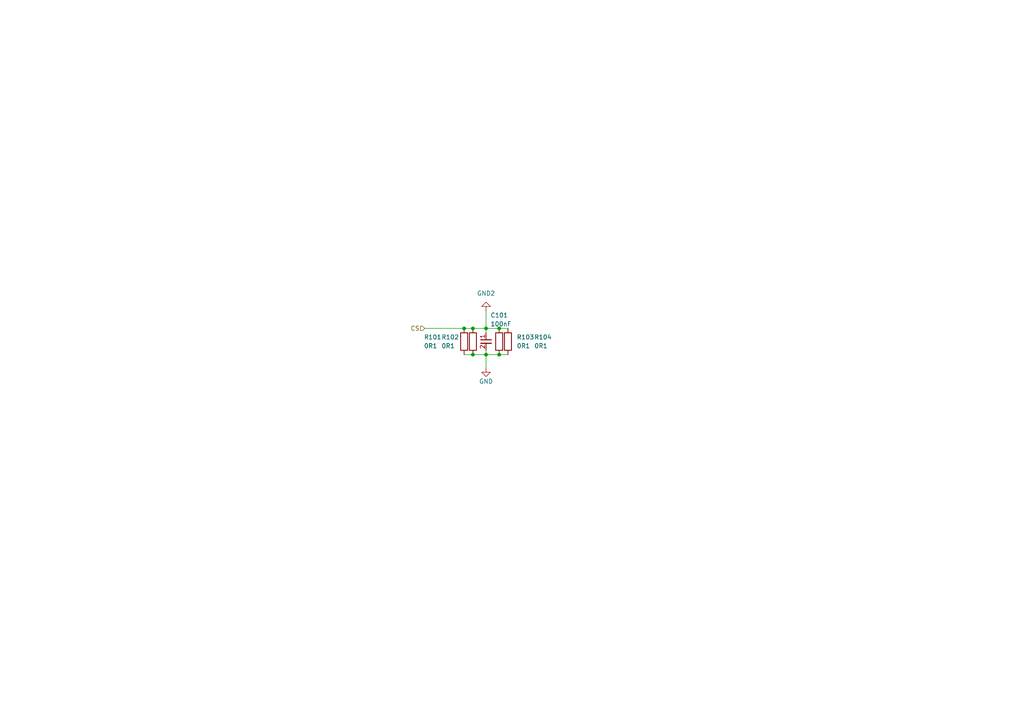
<source format=kicad_sch>
(kicad_sch (version 20231120) (generator "eeschema") (generator_version "8.0")
  (paper "A4")
  (lib_symbols
    (symbol "capacitor_miscellaneous:C_0402_100nF"
      (property "Reference" "C" (at 1.27 2.54 0))
      (property "Value" "100nF" (at 3.81 -2.54 0))
      (symbol "C_0402_100nF_0_1"
        (polyline (pts (xy -1.524 -0.508) (xy 1.524 -0.508)) (stroke (width 0.3302)))
        (polyline (pts (xy -1.524 0.508) (xy 1.524 0.508)) (stroke (width 0.3048)))
      )
      (symbol "C_0402_100nF_1_1"
        (pin passive line (at 0 2.54 270) (length 2.032) (name "~") (number "1"))
        (pin passive line (at 0 -2.54 90) (length 2.032) (name "~") (number "2"))
      )
    )
    (symbol "power:GND" (power) (pin_names (offset 0))
      (property "Value" "GND" (at 0 -3.81 0))
      (symbol "GND_0_1"
        (polyline (pts (xy 0 0) (xy 0 -1.27) (xy 1.27 -1.27) (xy 0 -2.54) (xy -1.27 -1.27) (xy 0 -1.27)))
      )
      (symbol "GND_1_1"
        (pin power_in line (at 0 0 270) (length 0) hide (name "GND") (number "1"))
      )
    )
    (symbol "resistors_1206:R_0R1_1206" (pin_numbers hide) (pin_names (offset 0))
      (property "Reference" "R?" (at 1.778 1.2121 0))
      (property "Value" "0R1" (at 1.778 -1.2121 0))
      (symbol "R_0R1_1206_0_1"
        (rectangle (start -1.016 -2.54) (end 1.016 2.54) (stroke (width 0.254)))
      )
      (symbol "R_0R1_1206_1_1"
        (pin passive line (at 0 3.81 270) (length 1.27) (name "~") (number "1"))
        (pin passive line (at 0 -3.81 90) (length 1.27) (name "~") (number "2"))
      )
    )
  )
  (junction (at 140.97 95.25))
  (junction (at 137.16 102.87))
  (junction (at 137.16 95.25))
  (junction (at 134.62 95.25))
  (junction (at 140.97 102.87))
  (junction (at 144.78 95.25))
  (junction (at 144.78 102.87))
  (wire (pts (xy 140.97 95.25) (xy 144.78 95.25)))
  (wire (pts (xy 140.97 102.87) (xy 144.78 102.87)))
  (wire (pts (xy 137.16 102.87) (xy 140.97 102.87)))
  (wire (pts (xy 140.97 101.6) (xy 140.97 102.87)))
  (wire (pts (xy 140.97 95.25) (xy 140.97 96.52)))
  (wire (pts (xy 134.62 102.87) (xy 137.16 102.87)))
  (wire (pts (xy 134.62 95.25) (xy 137.16 95.25)))
  (wire (pts (xy 140.97 90.17) (xy 140.97 95.25)))
  (wire (pts (xy 144.78 95.25) (xy 147.32 95.25)))
  (wire (pts (xy 140.97 106.68) (xy 140.97 102.87)))
  (wire (pts (xy 144.78 102.87) (xy 147.32 102.87)))
  (wire (pts (xy 123.19 95.25) (xy 134.62 95.25)))
  (wire (pts (xy 137.16 95.25) (xy 140.97 95.25)))
  (hierarchical_label "CS" (shape input) (at 123.19 95.25 180))
  (symbol (lib_id "power:GND") (at 140.97 90.17 180) (unit 1)
    (property "Reference" "#PWR0101" (effects (hide yes)))
    (property "Value" "GND2" (at 140.97 85.09 0))
  )
  (symbol (lib_id "resistors_1206:R_0R1_1206") (at 137.16 99.06 0) (unit 1)
    (property "Reference" "R102" (at 128.016 97.79 0) (effects (justify left)))
    (property "Value" "0R1" (at 128.016 100.33 0) (effects (justify left)))
    (property "Footprint" "Resistor_SMD:R_1206_3216Metric" (effects (hide yes)))
    (property "Description" "Resistor" (effects (hide yes)))
    (property "JLCPCB Part#" "C25334" (effects (hide yes)))
  )
  (symbol (lib_id "power:GND") (at 140.97 106.68 0) (unit 1)
    (property "Reference" "#PWR0102" (effects (hide yes)))
    (property "Value" "GND" (at 140.97 110.625 0))
  )
  (symbol (lib_id "resistors_1206:R_0R1_1206") (at 134.62 99.06 0) (unit 1)
    (property "Reference" "R101" (at 122.936 97.79 0) (effects (justify left)))
    (property "Value" "0R1" (at 122.936 100.33 0) (effects (justify left)))
    (property "Footprint" "Resistor_SMD:R_1206_3216Metric" (effects (hide yes)))
    (property "Description" "Resistor" (effects (hide yes)))
    (property "JLCPCB Part#" "C25334" (effects (hide yes)))
  )
  (symbol (lib_id "resistors_1206:R_0R1_1206") (at 144.78 99.06 0) (unit 1)
    (property "Reference" "R103" (at 149.86 97.79 0) (effects (justify left)))
    (property "Value" "0R1" (at 149.86 100.33 0) (effects (justify left)))
    (property "Footprint" "Resistor_SMD:R_1206_3216Metric" (effects (hide yes)))
    (property "Description" "Resistor" (effects (hide yes)))
    (property "JLCPCB Part#" "C25334" (effects (hide yes)))
  )
  (symbol (lib_id "resistors_1206:R_0R1_1206") (at 147.32 99.06 0) (unit 1)
    (property "Reference" "R104" (at 154.94 97.79 0) (effects (justify left)))
    (property "Value" "0R1" (at 154.94 100.33 0) (effects (justify left)))
    (property "Footprint" "Resistor_SMD:R_1206_3216Metric" (effects (hide yes)))
    (property "Description" "Resistor" (effects (hide yes)))
    (property "JLCPCB Part#" "C25334" (effects (hide yes)))
  )
  (symbol (lib_id "capacitor_miscellaneous:C_0402_100nF") (at 140.97 99.06 0) (unit 1)
    (property "Reference" "C101" (at 142.24 91.44 0) (effects (justify left)))
    (property "Value" "100nF" (at 142.24 93.98 0) (effects (justify left)))
    (property "Footprint" "Capacitor_SMD:C_0402_1005Metric" (effects (hide yes)))
    (property "JLCPCB Part#" "C307331" (effects (hide yes)))
  )
)
</source>
